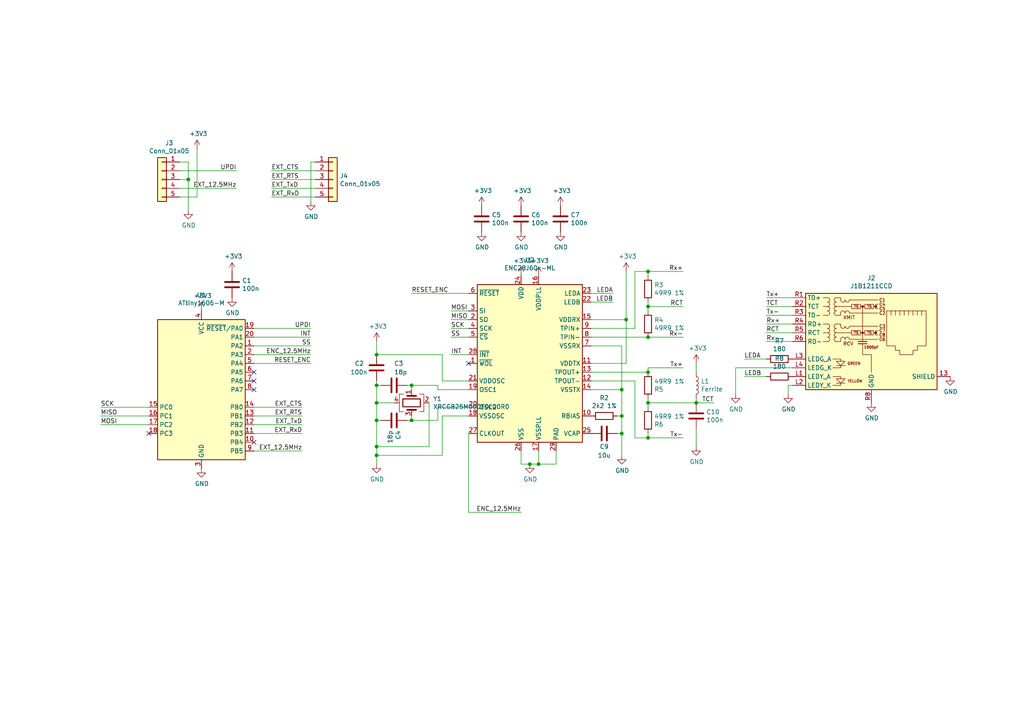
<source format=kicad_sch>
(kicad_sch (version 20230121) (generator eeschema)
  (paper "A4")
  (lib_symbols
    (symbol "Connector_Generic:Conn_01x05" (pin_names (offset 1.016) hide)
      (property "Reference" "J" (at 0 7.62 0))
      (property "Value" "Conn_01x05" (at 0 -7.62 0))
      (symbol "Conn_01x05_1_1"
        (rectangle (start -1.27 -4.953) (end 0 -5.207) (stroke (width 0.1524)))
        (rectangle (start -1.27 -2.413) (end 0 -2.667) (stroke (width 0.1524)))
        (rectangle (start -1.27 0.127) (end 0 -0.127) (stroke (width 0.1524)))
        (rectangle (start -1.27 2.667) (end 0 2.413) (stroke (width 0.1524)))
        (rectangle (start -1.27 5.207) (end 0 4.953) (stroke (width 0.1524)))
        (rectangle (start -1.27 6.35) (end 1.27 -6.35) (stroke (width 0.254)) (fill (type background)))
        (pin passive line (at -5.08 5.08 0) (length 3.81) (name "Pin_1") (number "1"))
        (pin passive line (at -5.08 2.54 0) (length 3.81) (name "Pin_2") (number "2"))
        (pin passive line (at -5.08 0 0) (length 3.81) (name "Pin_3") (number "3"))
        (pin passive line (at -5.08 -2.54 0) (length 3.81) (name "Pin_4") (number "4"))
        (pin passive line (at -5.08 -5.08 0) (length 3.81) (name "Pin_5") (number "5"))
      )
    )
    (symbol "Device:C" (pin_numbers hide) (pin_names (offset 0.254))
      (property "Reference" "C" (at 0.635 2.54 0))
      (property "Value" "C" (at 0.635 -2.54 0))
      (symbol "C_0_1"
        (polyline (pts (xy -2.032 -0.762) (xy 2.032 -0.762)) (stroke (width 0.508)))
        (polyline (pts (xy -2.032 0.762) (xy 2.032 0.762)) (stroke (width 0.508)))
      )
      (symbol "C_1_1"
        (pin passive line (at 0 3.81 270) (length 2.794) (name "~") (number "1"))
        (pin passive line (at 0 -3.81 90) (length 2.794) (name "~") (number "2"))
      )
    )
    (symbol "Device:Crystal_GND24" (pin_names (offset 1.016) hide)
      (property "Reference" "Y" (at 3.175 5.08 0))
      (property "Value" "Crystal_GND24" (at 3.175 3.175 0))
      (symbol "Crystal_GND24_0_1"
        (rectangle (start -1.143 2.54) (end 1.143 -2.54) (stroke (width 0.3048)))
        (polyline (pts (xy -2.54 0) (xy -2.032 0)))
        (polyline (pts (xy -2.032 -1.27) (xy -2.032 1.27)) (stroke (width 0.508)))
        (polyline (pts (xy 0 -3.81) (xy 0 -3.556)))
        (polyline (pts (xy 0 3.556) (xy 0 3.81)))
        (polyline (pts (xy 2.032 -1.27) (xy 2.032 1.27)) (stroke (width 0.508)))
        (polyline (pts (xy 2.032 0) (xy 2.54 0)))
        (polyline (pts (xy -2.54 -2.286) (xy -2.54 -3.556) (xy 2.54 -3.556) (xy 2.54 -2.286)))
        (polyline (pts (xy -2.54 2.286) (xy -2.54 3.556) (xy 2.54 3.556) (xy 2.54 2.286)))
      )
      (symbol "Crystal_GND24_1_1"
        (pin passive line (at -3.81 0 0) (length 1.27) (name "1") (number "1"))
        (pin passive line (at 0 5.08 270) (length 1.27) (name "2") (number "2"))
        (pin passive line (at 3.81 0 180) (length 1.27) (name "3") (number "3"))
        (pin passive line (at 0 -5.08 90) (length 1.27) (name "4") (number "4"))
      )
    )
    (symbol "Device:L" (pin_numbers hide) (pin_names (offset 1.016) hide)
      (property "Reference" "L" (at -1.27 0 90))
      (property "Value" "L" (at 1.905 0 90))
      (symbol "L_0_1"
        (arc (start 0 -2.54) (mid 0.6323 -1.905) (end 0 -1.27))
        (arc (start 0 -1.27) (mid 0.6323 -0.635) (end 0 0))
        (arc (start 0 0) (mid 0.6323 0.635) (end 0 1.27))
        (arc (start 0 1.27) (mid 0.6323 1.905) (end 0 2.54))
      )
      (symbol "L_1_1"
        (pin passive line (at 0 3.81 270) (length 1.27) (name "1") (number "1"))
        (pin passive line (at 0 -3.81 90) (length 1.27) (name "2") (number "2"))
      )
    )
    (symbol "Device:R" (pin_numbers hide) (pin_names (offset 0))
      (property "Reference" "R" (at 2.032 0 90))
      (property "Value" "R" (at 0 0 90))
      (symbol "R_0_1"
        (rectangle (start -1.016 -2.54) (end 1.016 2.54) (stroke (width 0.254)))
      )
      (symbol "R_1_1"
        (pin passive line (at 0 3.81 270) (length 1.27) (name "~") (number "1"))
        (pin passive line (at 0 -3.81 90) (length 1.27) (name "~") (number "2"))
      )
    )
    (symbol "MCU_Microchip_ATtiny:ATtiny1606-M"
      (property "Reference" "U" (at -12.7 21.59 0))
      (property "Value" "ATtiny1606-M" (at 2.54 -21.59 0))
      (symbol "ATtiny1606-M_0_1"
        (rectangle (start -12.7 -20.32) (end 12.7 20.32) (stroke (width 0.254)) (fill (type background)))
      )
      (symbol "ATtiny1606-M_1_1"
        (pin bidirectional line (at 15.24 12.7 180) (length 2.54) (name "PA2") (number "1"))
        (pin bidirectional line (at 15.24 -15.24 180) (length 2.54) (name "PB4") (number "10"))
        (pin bidirectional line (at 15.24 -12.7 180) (length 2.54) (name "PB3") (number "11"))
        (pin bidirectional line (at 15.24 -10.16 180) (length 2.54) (name "PB2") (number "12"))
        (pin bidirectional line (at 15.24 -7.62 180) (length 2.54) (name "PB1") (number "13"))
        (pin bidirectional line (at 15.24 -5.08 180) (length 2.54) (name "PB0") (number "14"))
        (pin bidirectional line (at -15.24 -5.08 0) (length 2.54) (name "PC0") (number "15"))
        (pin bidirectional line (at -15.24 -7.62 0) (length 2.54) (name "PC1") (number "16"))
        (pin bidirectional line (at -15.24 -10.16 0) (length 2.54) (name "PC2") (number "17"))
        (pin bidirectional line (at -15.24 -12.7 0) (length 2.54) (name "PC3") (number "18"))
        (pin bidirectional line (at 15.24 17.78 180) (length 2.54) (name "~{RESET}/PA0") (number "19"))
        (pin bidirectional line (at 15.24 10.16 180) (length 2.54) (name "PA3") (number "2"))
        (pin bidirectional line (at 15.24 15.24 180) (length 2.54) (name "PA1") (number "20"))
        (pin passive line (at 0 -22.86 90) (length 2.54) hide (name "GND") (number "21"))
        (pin power_in line (at 0 -22.86 90) (length 2.54) (name "GND") (number "3"))
        (pin power_in line (at 0 22.86 270) (length 2.54) (name "VCC") (number "4"))
        (pin bidirectional line (at 15.24 7.62 180) (length 2.54) (name "PA4") (number "5"))
        (pin bidirectional line (at 15.24 5.08 180) (length 2.54) (name "PA5") (number "6"))
        (pin bidirectional line (at 15.24 2.54 180) (length 2.54) (name "PA6") (number "7"))
        (pin bidirectional line (at 15.24 0 180) (length 2.54) (name "PA7") (number "8"))
        (pin bidirectional line (at 15.24 -17.78 180) (length 2.54) (name "PB5") (number "9"))
      )
    )
    (symbol "ethernet2serial-rescue:ENC28J60x-ML-additional"
      (property "Reference" "U" (at -13.97 24.13 0))
      (property "Value" "additional_ENC28J60x-ML" (at 5.08 24.13 0))
      (symbol "ENC28J60x-ML-additional_0_1"
        (rectangle (start -15.24 22.86) (end 15.24 -22.86) (stroke (width 0.254)) (fill (type background)))
      )
      (symbol "ENC28J60x-ML-additional_1_1"
        (pin output line (at -17.78 0 0) (length 2.54) (name "~{WOL}") (number "1"))
        (pin input line (at 17.78 -15.24 180) (length 2.54) (name "RBIAS") (number "10"))
        (pin power_in line (at 17.78 0 180) (length 2.54) (name "VDDTX") (number "11"))
        (pin output line (at 17.78 -5.08 180) (length 2.54) (name "TPOUT-") (number "12"))
        (pin output line (at 17.78 -2.54 180) (length 2.54) (name "TPOUT+") (number "13"))
        (pin power_out line (at 17.78 -7.62 180) (length 2.54) (name "VSSTX") (number "14"))
        (pin power_in line (at 17.78 12.7 180) (length 2.54) (name "VDDRX") (number "15"))
        (pin power_in line (at 2.54 25.4 270) (length 2.54) (name "VDDPLL") (number "16"))
        (pin power_in line (at 2.54 -25.4 90) (length 2.54) (name "VSSPLL") (number "17"))
        (pin power_in line (at -17.78 -15.24 0) (length 2.54) (name "VSSOSC") (number "18"))
        (pin input line (at -17.78 -7.62 0) (length 2.54) (name "OSC1") (number "19"))
        (pin output line (at -17.78 12.7 0) (length 2.54) (name "SO") (number "2"))
        (pin output line (at -17.78 -12.7 0) (length 2.54) (name "OSC2") (number "20"))
        (pin power_in line (at -17.78 -5.08 0) (length 2.54) (name "VDDOSC") (number "21"))
        (pin output line (at 17.78 17.78 180) (length 2.54) (name "LEDB") (number "22"))
        (pin output line (at 17.78 20.32 180) (length 2.54) (name "LEDA") (number "23"))
        (pin power_in line (at -2.54 25.4 270) (length 2.54) (name "VDD") (number "24"))
        (pin input line (at 17.78 -20.32 180) (length 2.54) (name "VCAP") (number "25"))
        (pin power_in line (at -2.54 -25.4 90) (length 2.54) (name "VSS") (number "26"))
        (pin output line (at -17.78 -20.32 0) (length 2.54) (name "CLKOUT") (number "27"))
        (pin output line (at -17.78 2.54 0) (length 2.54) (name "~{INT}") (number "28"))
        (pin power_in line (at 7.62 -25.4 90) (length 2.54) (name "PAD") (number "29"))
        (pin input line (at -17.78 15.24 0) (length 2.54) (name "SI") (number "3"))
        (pin input line (at -17.78 10.16 0) (length 2.54) (name "SCK") (number "4"))
        (pin input line (at -17.78 7.62 0) (length 2.54) (name "~{CS}") (number "5"))
        (pin input line (at -17.78 20.32 0) (length 2.54) (name "~{RESET}") (number "6"))
        (pin power_out line (at 17.78 5.08 180) (length 2.54) (name "VSSRX") (number "7"))
        (pin input line (at 17.78 7.62 180) (length 2.54) (name "TPIN-") (number "8"))
        (pin input line (at 17.78 10.16 180) (length 2.54) (name "TPIN+") (number "9"))
      )
    )
    (symbol "ethernet2serial-rescue:J1B1211CCD-additional"
      (property "Reference" "J" (at 19.05 15.24 0))
      (property "Value" "additional_J1B1211CCD" (at -19.05 15.24 0))
      (symbol "J1B1211CCD-additional_0_0"
        (circle (center -2.54 2.54) (radius 0.254) (stroke (width 0.254)) (fill (type outline)))
        (circle (center -2.54 10.16) (radius 0.254) (stroke (width 0.254)) (fill (type outline)))
        (polyline (pts (xy -7.62 -12.065) (xy -10.16 -12.065)))
        (polyline (pts (xy -7.62 -6.985) (xy -10.16 -6.985)))
        (polyline (pts (xy -2.54 10.16) (xy -2.54 0)))
        (polyline (pts (xy -1.27 -0.635) (xy -3.81 -0.635)) (stroke (width 0.254)))
        (polyline (pts (xy -1.27 0) (xy -3.81 0)) (stroke (width 0.254)))
        (polyline (pts (xy 1.27 2.54) (xy 0.635 2.54)))
        (polyline (pts (xy 1.27 10.16) (xy 0.635 10.16)))
        (polyline (pts (xy -11.176 -12.7) (xy -8.89 -12.7) (xy -8.89 -12.065)))
        (polyline (pts (xy -11.176 -10.16) (xy -8.89 -10.16) (xy -8.89 -10.795)))
        (polyline (pts (xy -11.176 -5.08) (xy -8.89 -5.08) (xy -8.89 -5.715)))
        (polyline (pts (xy -8.89 -6.985) (xy -8.89 -7.62) (xy -11.176 -7.62)))
        (polyline (pts (xy -10.16 -5.715) (xy -7.62 -5.715) (xy -8.89 -6.985) (xy -10.16 -5.715)))
        (polyline (pts (xy -7.62 -10.795) (xy -10.16 -10.795) (xy -8.89 -12.065) (xy -7.62 -10.795)))
        (polyline (pts (xy -2.54 -0.635) (xy -2.54 -3.81) (xy 0 -3.81) (xy 0 -8.89)))
        (polyline (pts (xy 1.905 3.175) (xy 1.27 3.175) (xy 1.27 1.905) (xy 1.905 1.905)))
        (polyline (pts (xy 1.905 10.795) (xy 1.27 10.795) (xy 1.27 9.525) (xy 1.905 9.525)))
        (circle (center 1.27 2.54) (radius 0.254) (stroke (width 0.254)) (fill (type outline)))
        (circle (center 1.27 10.16) (radius 0.254) (stroke (width 0.254)) (fill (type outline)))
        (text "1000pF" (at 0 -1.651 0) (effects (font (size 0.762 0.762))))
        (text "75" (at -4.445 2.54 0) (effects (font (size 0.762 0.762))))
        (text "75" (at -4.445 10.16 0) (effects (font (size 0.762 0.762))))
        (text "75" (at -0.635 2.54 0) (effects (font (size 0.762 0.762))))
        (text "75" (at -0.635 10.16 0) (effects (font (size 0.762 0.762))))
        (text "C1" (at 3.175 12.065 0) (effects (font (size 0.889 0.889))))
        (text "C2" (at 3.175 8.255 0) (effects (font (size 0.889 0.889))))
        (text "C3" (at 3.175 4.445 0) (effects (font (size 0.889 0.889))))
        (text "C4" (at 3.175 10.795 0) (effects (font (size 0.889 0.889))))
        (text "C5" (at 3.175 9.525 0) (effects (font (size 0.889 0.889))))
        (text "C6" (at 3.175 0.635 0) (effects (font (size 0.889 0.889))))
        (text "C7" (at 3.175 3.175 0) (effects (font (size 0.889 0.889))))
        (text "C8" (at 3.175 1.905 0) (effects (font (size 0.889 0.889))))
        (text "GREEN" (at -6.985 -6.35 0) (effects (font (size 0.762 0.762)) (justify left)))
        (text "RCV" (at -8.255 -0.635 0) (effects (font (size 1.016 1.016)) (justify left)))
        (text "XMIT" (at -8.255 6.985 0) (effects (font (size 1.016 1.016)) (justify left)))
        (text "YELLOW" (at -6.985 -11.43 0) (effects (font (size 0.762 0.762)) (justify left)))
      )
      (symbol "J1B1211CCD-additional_0_1"
        (rectangle (start -19.05 -13.97) (end 19.05 13.97) (stroke (width 0.254)) (fill (type background)))
        (arc (start -12.7 0) (mid -12.0677 0.635) (end -12.7 1.27))
        (arc (start -12.7 1.27) (mid -12.0677 1.905) (end -12.7 2.54))
        (arc (start -12.7 2.54) (mid -12.0677 3.175) (end -12.7 3.81))
        (arc (start -12.7 3.81) (mid -12.0677 4.445) (end -12.7 5.08))
        (arc (start -12.7 7.62) (mid -12.0677 8.255) (end -12.7 8.89))
        (arc (start -12.7 8.89) (mid -12.0677 9.525) (end -12.7 10.16))
        (arc (start -12.7 10.16) (mid -12.0677 10.795) (end -12.7 11.43))
        (arc (start -12.7 11.43) (mid -12.0677 12.065) (end -12.7 12.7))
        (arc (start -10.16 1.27) (mid -10.7923 0.635) (end -10.16 0))
        (arc (start -10.16 2.54) (mid -10.7923 1.905) (end -10.16 1.27))
        (arc (start -10.16 3.81) (mid -10.7923 3.175) (end -10.16 2.54))
        (arc (start -10.16 5.08) (mid -10.7923 4.445) (end -10.16 3.81))
        (arc (start -10.16 8.89) (mid -10.7923 8.255) (end -10.16 7.62))
        (arc (start -10.16 10.16) (mid -10.7923 9.525) (end -10.16 8.89))
        (arc (start -10.16 11.43) (mid -10.7923 10.795) (end -10.16 10.16))
        (arc (start -10.16 12.7) (mid -10.7923 12.065) (end -10.16 11.43))
        (arc (start -8.89 4.445) (mid -8.255 3.8127) (end -7.62 4.445))
        (arc (start -8.89 12.065) (mid -8.255 11.4327) (end -7.62 12.065))
        (arc (start -7.62 0.635) (mid -8.255 1.2673) (end -8.89 0.635))
        (arc (start -7.62 4.445) (mid -6.985 3.8127) (end -6.35 4.445))
        (arc (start -7.62 8.255) (mid -8.255 8.8873) (end -8.89 8.255))
        (arc (start -7.62 12.065) (mid -6.985 11.4327) (end -6.35 12.065))
        (arc (start -6.35 0.635) (mid -6.985 1.2673) (end -7.62 0.635))
        (arc (start -6.35 8.255) (mid -6.985 8.8873) (end -7.62 8.255))
        (rectangle (start -5.715 3.175) (end -3.175 1.905))
        (rectangle (start -5.715 10.795) (end -3.175 9.525))
        (rectangle (start -1.905 3.175) (end 0.635 1.905))
        (rectangle (start -1.905 10.795) (end 0.635 9.525))
        (polyline (pts (xy -12.7 0) (xy -13.97 0)))
        (polyline (pts (xy -12.7 2.54) (xy -13.97 2.54)))
        (polyline (pts (xy -12.7 5.08) (xy -13.97 5.08)))
        (polyline (pts (xy -12.7 7.62) (xy -13.97 7.62)))
        (polyline (pts (xy -12.7 10.16) (xy -13.97 10.16)))
        (polyline (pts (xy -12.7 12.7) (xy -13.97 12.7)))
        (polyline (pts (xy -6.35 0.635) (xy 1.905 0.635)))
        (polyline (pts (xy -6.35 4.445) (xy 1.905 4.445)))
        (polyline (pts (xy -6.35 8.255) (xy 1.905 8.255)))
        (polyline (pts (xy -6.35 12.065) (xy 1.905 12.065)))
        (polyline (pts (xy -5.715 2.54) (xy -10.16 2.54)))
        (polyline (pts (xy -5.715 10.16) (xy -10.16 10.16)))
        (polyline (pts (xy -3.175 2.54) (xy -1.905 2.54)))
        (polyline (pts (xy -3.175 10.16) (xy -1.905 10.16)))
        (polyline (pts (xy 5.715 7.62) (xy 5.715 8.89)))
        (polyline (pts (xy 6.985 8.89) (xy 6.985 7.62)))
        (polyline (pts (xy 8.255 8.89) (xy 8.255 7.62)))
        (polyline (pts (xy 9.525 8.89) (xy 9.525 7.62)))
        (polyline (pts (xy 10.795 8.89) (xy 10.795 7.62)))
        (polyline (pts (xy 12.065 8.89) (xy 12.065 7.62)))
        (polyline (pts (xy 13.335 7.62) (xy 13.335 8.89)))
        (polyline (pts (xy 14.605 7.62) (xy 14.605 8.89)))
        (polyline (pts (xy -10.16 5.08) (xy -8.89 5.08) (xy -8.89 4.445)))
        (polyline (pts (xy -10.16 12.7) (xy -8.89 12.7) (xy -8.89 12.065)))
        (polyline (pts (xy -8.89 0.635) (xy -8.89 0) (xy -10.16 0)))
        (polyline (pts (xy -8.89 8.255) (xy -8.89 7.62) (xy -10.16 7.62)))
        (polyline (pts (xy 4.445 8.89) (xy 15.875 8.89) (xy 15.875 -1.27) (xy 13.335 -1.27) (xy 13.335 -2.54) (xy 12.065 -2.54) (xy 12.065 -3.81) (xy 8.255 -3.81) (xy 8.255 -2.54) (xy 6.985 -2.54) (xy 6.985 -1.27) (xy 4.445 -1.27) (xy 4.445 8.89)))
      )
      (symbol "J1B1211CCD-additional_1_1"
        (pin passive line (at 22.86 -10.16 180) (length 3.81) (name "SHIELD") (number "13"))
        (pin passive line (at -22.86 -10.16 0) (length 3.81) (name "LEDY_A") (number "L1"))
        (pin passive line (at -22.86 -12.7 0) (length 3.81) (name "LEDY_K") (number "L2"))
        (pin passive line (at -22.86 -5.08 0) (length 3.81) (name "LEDG_A") (number "L3"))
        (pin passive line (at -22.86 -7.62 0) (length 3.81) (name "LEDG_K") (number "L4"))
        (pin passive line (at -22.86 12.7 0) (length 3.81) (name "TD+") (number "R1"))
        (pin passive line (at -22.86 10.16 0) (length 3.81) (name "TCT") (number "R2"))
        (pin passive line (at -22.86 7.62 0) (length 3.81) (name "TD-") (number "R3"))
        (pin passive line (at -22.86 5.08 0) (length 3.81) (name "RD+") (number "R4"))
        (pin passive line (at -22.86 2.54 0) (length 3.81) (name "RCT") (number "R5"))
        (pin passive line (at -22.86 0 0) (length 3.81) (name "RD-") (number "R6"))
        (pin no_connect line (at 5.08 -5.08 0) (length 0) hide (name "NC") (number "R7"))
        (pin power_in line (at 0 -17.78 90) (length 3.81) (name "GND") (number "R8"))
      )
    )
    (symbol "power:+3V3" (power) (pin_names (offset 0))
      (property "Value" "+3V3" (at 0 3.556 0))
      (symbol "+3V3_0_1"
        (polyline (pts (xy -0.762 1.27) (xy 0 2.54)))
        (polyline (pts (xy 0 0) (xy 0 2.54)))
        (polyline (pts (xy 0 2.54) (xy 0.762 1.27)))
      )
      (symbol "+3V3_1_1"
        (pin power_in line (at 0 0 90) (length 0) hide (name "+3V3") (number "1"))
      )
    )
    (symbol "power:GND" (power) (pin_names (offset 0))
      (property "Value" "GND" (at 0 -3.81 0))
      (symbol "GND_0_1"
        (polyline (pts (xy 0 0) (xy 0 -1.27) (xy 1.27 -1.27) (xy 0 -2.54) (xy -1.27 -1.27) (xy 0 -1.27)))
      )
      (symbol "GND_1_1"
        (pin power_in line (at 0 0 270) (length 0) hide (name "GND") (number "1"))
      )
    )
  )
  (junction (at 109.22 116.84))
  (junction (at 54.61 52.07))
  (junction (at 187.96 78.74))
  (junction (at 187.96 127))
  (junction (at 180.34 120.65))
  (junction (at 187.96 116.84))
  (junction (at 156.21 134.62))
  (junction (at 180.34 113.03))
  (junction (at 109.22 102.87))
  (junction (at 109.22 132.08))
  (junction (at 187.96 97.79))
  (junction (at 201.93 116.84))
  (junction (at 119.38 111.76))
  (junction (at 109.22 111.76))
  (junction (at 180.34 125.73))
  (junction (at 109.22 121.92))
  (junction (at 181.61 92.71))
  (junction (at 119.38 121.92))
  (junction (at 187.96 88.9))
  (junction (at 187.96 107.95))
  (junction (at 109.22 129.54))
  (junction (at 153.67 134.62))
  (no_connect (at 43.18 125.73))
  (no_connect (at 135.89 105.41))
  (no_connect (at 73.66 107.95))
  (no_connect (at 73.66 128.27))
  (no_connect (at 73.66 113.03))
  (no_connect (at 73.66 110.49))
  (wire (pts (xy 52.07 57.15) (xy 57.15 57.15)))
  (wire (pts (xy 151.13 130.81) (xy 151.13 134.62)))
  (wire (pts (xy 119.38 121.92) (xy 118.11 121.92)))
  (wire (pts (xy 171.45 113.03) (xy 180.34 113.03)))
  (wire (pts (xy 135.89 95.25) (xy 130.81 95.25)))
  (wire (pts (xy 52.07 49.53) (xy 68.58 49.53)))
  (wire (pts (xy 135.89 97.79) (xy 130.81 97.79)))
  (wire (pts (xy 110.49 111.76) (xy 109.22 111.76)))
  (wire (pts (xy 73.66 125.73) (xy 87.63 125.73)))
  (wire (pts (xy 171.45 100.33) (xy 180.34 100.33)))
  (wire (pts (xy 87.63 120.65) (xy 73.66 120.65)))
  (wire (pts (xy 52.07 46.99) (xy 54.61 46.99)))
  (wire (pts (xy 78.74 52.07) (xy 91.44 52.07)))
  (wire (pts (xy 179.07 120.65) (xy 180.34 120.65)))
  (wire (pts (xy 52.07 52.07) (xy 54.61 52.07)))
  (wire (pts (xy 161.29 130.81) (xy 161.29 134.62)))
  (wire (pts (xy 109.22 121.92) (xy 110.49 121.92)))
  (wire (pts (xy 229.87 99.06) (xy 222.25 99.06)))
  (wire (pts (xy 91.44 54.61) (xy 78.74 54.61)))
  (wire (pts (xy 215.9 109.22) (xy 222.25 109.22)))
  (wire (pts (xy 184.15 78.74) (xy 187.96 78.74)))
  (wire (pts (xy 184.15 127) (xy 187.96 127)))
  (wire (pts (xy 184.15 78.74) (xy 184.15 95.25)))
  (wire (pts (xy 90.17 58.42) (xy 90.17 46.99)))
  (wire (pts (xy 229.87 106.68) (xy 213.36 106.68)))
  (wire (pts (xy 187.96 116.84) (xy 187.96 118.11)))
  (wire (pts (xy 119.38 120.65) (xy 119.38 121.92)))
  (wire (pts (xy 229.87 96.52) (xy 222.25 96.52)))
  (wire (pts (xy 181.61 105.41) (xy 171.45 105.41)))
  (wire (pts (xy 54.61 46.99) (xy 54.61 52.07)))
  (wire (pts (xy 73.66 95.25) (xy 90.17 95.25)))
  (wire (pts (xy 207.01 116.84) (xy 201.93 116.84)))
  (wire (pts (xy 135.89 118.11) (xy 127 118.11)))
  (wire (pts (xy 187.96 88.9) (xy 198.12 88.9)))
  (wire (pts (xy 135.89 90.17) (xy 130.81 90.17)))
  (wire (pts (xy 109.22 121.92) (xy 109.22 129.54)))
  (wire (pts (xy 90.17 46.99) (xy 91.44 46.99)))
  (wire (pts (xy 229.87 111.76) (xy 228.6 111.76)))
  (wire (pts (xy 213.36 106.68) (xy 213.36 114.3)))
  (wire (pts (xy 124.46 116.84) (xy 124.46 129.54)))
  (wire (pts (xy 57.15 57.15) (xy 57.15 43.18)))
  (wire (pts (xy 128.27 102.87) (xy 128.27 110.49)))
  (wire (pts (xy 119.38 113.03) (xy 119.38 111.76)))
  (wire (pts (xy 187.96 125.73) (xy 187.96 127)))
  (wire (pts (xy 127 118.11) (xy 127 121.92)))
  (wire (pts (xy 151.13 134.62) (xy 153.67 134.62)))
  (wire (pts (xy 184.15 95.25) (xy 171.45 95.25)))
  (wire (pts (xy 73.66 105.41) (xy 90.17 105.41)))
  (wire (pts (xy 43.18 118.11) (xy 29.21 118.11)))
  (wire (pts (xy 229.87 93.98) (xy 222.25 93.98)))
  (wire (pts (xy 109.22 102.87) (xy 128.27 102.87)))
  (wire (pts (xy 43.18 120.65) (xy 29.21 120.65)))
  (wire (pts (xy 229.87 86.36) (xy 222.25 86.36)))
  (wire (pts (xy 229.87 88.9) (xy 222.25 88.9)))
  (wire (pts (xy 54.61 52.07) (xy 54.61 60.96)))
  (wire (pts (xy 73.66 102.87) (xy 90.17 102.87)))
  (wire (pts (xy 229.87 91.44) (xy 222.25 91.44)))
  (wire (pts (xy 127 113.03) (xy 127 111.76)))
  (wire (pts (xy 179.07 125.73) (xy 180.34 125.73)))
  (wire (pts (xy 184.15 110.49) (xy 184.15 127)))
  (wire (pts (xy 135.89 113.03) (xy 127 113.03)))
  (wire (pts (xy 73.66 100.33) (xy 90.17 100.33)))
  (wire (pts (xy 119.38 111.76) (xy 118.11 111.76)))
  (wire (pts (xy 180.34 120.65) (xy 180.34 125.73)))
  (wire (pts (xy 109.22 99.06) (xy 109.22 102.87)))
  (wire (pts (xy 187.96 87.63) (xy 187.96 88.9)))
  (wire (pts (xy 187.96 78.74) (xy 198.12 78.74)))
  (wire (pts (xy 73.66 123.19) (xy 87.63 123.19)))
  (wire (pts (xy 180.34 113.03) (xy 180.34 120.65)))
  (wire (pts (xy 119.38 85.09) (xy 135.89 85.09)))
  (wire (pts (xy 171.45 85.09) (xy 177.8 85.09)))
  (wire (pts (xy 114.3 116.84) (xy 109.22 116.84)))
  (wire (pts (xy 135.89 92.71) (xy 130.81 92.71)))
  (wire (pts (xy 135.89 148.59) (xy 151.13 148.59)))
  (wire (pts (xy 127 121.92) (xy 119.38 121.92)))
  (wire (pts (xy 156.21 134.62) (xy 153.67 134.62)))
  (wire (pts (xy 73.66 97.79) (xy 90.17 97.79)))
  (wire (pts (xy 171.45 87.63) (xy 177.8 87.63)))
  (wire (pts (xy 181.61 92.71) (xy 181.61 105.41)))
  (wire (pts (xy 180.34 125.73) (xy 180.34 132.08)))
  (wire (pts (xy 128.27 132.08) (xy 109.22 132.08)))
  (wire (pts (xy 128.27 120.65) (xy 128.27 132.08)))
  (wire (pts (xy 109.22 132.08) (xy 109.22 134.62)))
  (wire (pts (xy 171.45 110.49) (xy 184.15 110.49)))
  (wire (pts (xy 127 111.76) (xy 119.38 111.76)))
  (wire (pts (xy 171.45 107.95) (xy 187.96 107.95)))
  (wire (pts (xy 91.44 57.15) (xy 78.74 57.15)))
  (wire (pts (xy 73.66 130.81) (xy 87.63 130.81)))
  (wire (pts (xy 128.27 110.49) (xy 135.89 110.49)))
  (wire (pts (xy 171.45 97.79) (xy 187.96 97.79)))
  (wire (pts (xy 109.22 129.54) (xy 109.22 132.08)))
  (wire (pts (xy 201.93 115.57) (xy 201.93 116.84)))
  (wire (pts (xy 187.96 127) (xy 198.12 127)))
  (wire (pts (xy 52.07 54.61) (xy 68.58 54.61)))
  (wire (pts (xy 228.6 111.76) (xy 228.6 114.3)))
  (wire (pts (xy 161.29 134.62) (xy 156.21 134.62)))
  (wire (pts (xy 135.89 120.65) (xy 128.27 120.65)))
  (wire (pts (xy 187.96 116.84) (xy 201.93 116.84)))
  (wire (pts (xy 135.89 102.87) (xy 130.81 102.87)))
  (wire (pts (xy 156.21 130.81) (xy 156.21 134.62)))
  (wire (pts (xy 187.96 88.9) (xy 187.96 90.17)))
  (wire (pts (xy 187.96 107.95) (xy 187.96 106.68)))
  (wire (pts (xy 109.22 111.76) (xy 109.22 116.84)))
  (wire (pts (xy 187.96 78.74) (xy 187.96 80.01)))
  (wire (pts (xy 73.66 118.11) (xy 87.63 118.11)))
  (wire (pts (xy 91.44 49.53) (xy 78.74 49.53)))
  (wire (pts (xy 109.22 110.49) (xy 109.22 111.76)))
  (wire (pts (xy 187.96 115.57) (xy 187.96 116.84)))
  (wire (pts (xy 187.96 106.68) (xy 198.12 106.68)))
  (wire (pts (xy 201.93 105.41) (xy 201.93 107.95)))
  (wire (pts (xy 215.9 104.14) (xy 222.25 104.14)))
  (wire (pts (xy 109.22 116.84) (xy 109.22 121.92)))
  (wire (pts (xy 135.89 125.73) (xy 135.89 148.59)))
  (wire (pts (xy 180.34 100.33) (xy 180.34 113.03)))
  (wire (pts (xy 43.18 123.19) (xy 29.21 123.19)))
  (wire (pts (xy 181.61 78.74) (xy 181.61 92.71)))
  (wire (pts (xy 201.93 124.46) (xy 201.93 129.54)))
  (wire (pts (xy 187.96 97.79) (xy 198.12 97.79)))
  (wire (pts (xy 124.46 129.54) (xy 109.22 129.54)))
  (wire (pts (xy 181.61 92.71) (xy 171.45 92.71)))
  (label "EXT_RTS" (at 87.63 120.65 180))
  (label "LEDB" (at 177.8 87.63 180))
  (label "Tx+" (at 198.12 106.68 180))
  (label "SS" (at 90.17 100.33 180))
  (label "TCT" (at 222.25 88.9 0))
  (label "EXT_CTS" (at 78.74 49.53 0))
  (label "MOSI" (at 130.81 90.17 0))
  (label "Rx-" (at 222.25 99.06 0))
  (label "EXT_RxD" (at 87.63 125.73 180))
  (label "RESET_ENC" (at 119.38 85.09 0))
  (label "Rx-" (at 198.12 97.79 180))
  (label "EXT_TxD" (at 87.63 123.19 180))
  (label "MISO" (at 29.21 120.65 0))
  (label "EXT_RTS" (at 78.74 52.07 0))
  (label "TCT" (at 207.01 116.84 180))
  (label "SCK" (at 29.21 118.11 0))
  (label "INT" (at 130.81 102.87 0))
  (label "RCT" (at 198.12 88.9 180))
  (label "Tx+" (at 222.25 86.36 0))
  (label "MOSI" (at 29.21 123.19 0))
  (label "SCK" (at 130.81 95.25 0))
  (label "Tx-" (at 198.12 127 180))
  (label "ENC_12.5MHz" (at 151.13 148.59 180))
  (label "EXT_12.5MHz" (at 68.58 54.61 180))
  (label "Rx+" (at 198.12 78.74 180))
  (label "INT" (at 90.17 97.79 180))
  (label "EXT_RxD" (at 78.74 57.15 0))
  (label "RCT" (at 222.25 96.52 0))
  (label "SS" (at 130.81 97.79 0))
  (label "ENC_12.5MHz" (at 90.17 102.87 180))
  (label "LEDA" (at 215.9 104.14 0))
  (label "RESET_ENC" (at 90.17 105.41 180))
  (label "Tx-" (at 222.25 91.44 0))
  (label "LEDB" (at 215.9 109.22 0))
  (label "EXT_TxD" (at 78.74 54.61 0))
  (label "Rx+" (at 222.25 93.98 0))
  (label "LEDA" (at 177.8 85.09 180))
  (label "EXT_CTS" (at 87.63 118.11 180))
  (label "EXT_12.5MHz" (at 87.63 130.81 180))
  (label "UPDI" (at 90.17 95.25 180))
  (label "MISO" (at 130.81 92.71 0))
  (label "UPDI" (at 68.58 49.53 180))
  (symbol (lib_id "Device:C") (at 67.31 82.55 0) (unit 1)
    (property "Reference" "C1" (at 70.231 81.3816 0) (effects (justify left)))
    (property "Value" "100n" (at 70.231 83.693 0) (effects (justify left)))
    (property "Footprint" "Capacitor_SMD:C_0402_1005Metric" (effects hide))
  )
  (symbol (lib_id "power:GND") (at 58.42 135.89 0) (unit 1)
    (property "Reference" "#PWR0101" (effects hide))
    (property "Value" "GND" (at 58.547 140.2842 0))
  )
  (symbol (lib_id "power:+3V3") (at 58.42 90.17 0) (unit 1)
    (property "Reference" "#PWR0102" (effects hide))
    (property "Value" "+3V3" (at 58.801 85.7758 0))
  )
  (symbol (lib_id "Device:C") (at 114.3 111.76 90) (unit 1)
    (property "Reference" "C3" (at 114.3 105.41 90) (effects (justify right)))
    (property "Value" "18p" (at 114.3 107.95 90) (effects (justify right)))
    (property "Footprint" "Capacitor_SMD:C_0402_1005Metric" (effects hide))
  )
  (symbol (lib_id "Device:C") (at 114.3 121.92 90) (unit 1)
    (property "Reference" "C4" (at 115.4684 124.841 0) (effects (justify right)))
    (property "Value" "18p" (at 113.157 124.841 0) (effects (justify right)))
    (property "Footprint" "Capacitor_SMD:C_0402_1005Metric" (effects hide))
  )
  (symbol (lib_id "power:GND") (at 153.67 134.62 0) (unit 1)
    (property "Reference" "#PWR0103" (effects hide))
    (property "Value" "GND" (at 153.797 139.0142 0))
  )
  (symbol (lib_id "power:GND") (at 109.22 134.62 0) (unit 1)
    (property "Reference" "#PWR0104" (effects hide))
    (property "Value" "GND" (at 109.347 139.0142 0))
  )
  (symbol (lib_id "power:+3V3") (at 109.22 99.06 0) (unit 1)
    (property "Reference" "#PWR0105" (effects hide))
    (property "Value" "+3V3" (at 109.601 94.6658 0))
  )
  (symbol (lib_id "Device:C") (at 109.22 106.68 0) (unit 1)
    (property "Reference" "C2" (at 102.87 105.41 0) (effects (justify left)))
    (property "Value" "100n" (at 101.6 107.95 0) (effects (justify left)))
    (property "Footprint" "Capacitor_SMD:C_0402_1005Metric" (effects hide))
  )
  (symbol (lib_id "power:GND") (at 67.31 86.36 0) (unit 1)
    (property "Reference" "#PWR0106" (effects hide))
    (property "Value" "GND" (at 67.437 90.7542 0))
  )
  (symbol (lib_id "power:+3V3") (at 67.31 78.74 0) (unit 1)
    (property "Reference" "#PWR0107" (effects hide))
    (property "Value" "+3V3" (at 67.691 74.3458 0))
  )
  (symbol (lib_id "power:+3V3") (at 151.13 80.01 0) (unit 1)
    (property "Reference" "#PWR0109" (effects hide))
    (property "Value" "+3V3" (at 151.511 75.6158 0))
  )
  (symbol (lib_id "power:+3V3") (at 156.21 80.01 0) (unit 1)
    (property "Reference" "#PWR0110" (effects hide))
    (property "Value" "+3V3" (at 156.591 75.6158 0))
  )
  (symbol (lib_id "Device:C") (at 139.7 63.5 0) (unit 1)
    (property "Reference" "C5" (at 142.621 62.3316 0) (effects (justify left)))
    (property "Value" "100n" (at 142.621 64.643 0) (effects (justify left)))
    (property "Footprint" "Capacitor_SMD:C_0402_1005Metric" (effects hide))
  )
  (symbol (lib_id "Device:C") (at 151.13 63.5 0) (unit 1)
    (property "Reference" "C6" (at 154.051 62.3316 0) (effects (justify left)))
    (property "Value" "100n" (at 154.051 64.643 0) (effects (justify left)))
    (property "Footprint" "Capacitor_SMD:C_0402_1005Metric" (effects hide))
  )
  (symbol (lib_id "power:+3V3") (at 139.7 59.69 0) (unit 1)
    (property "Reference" "#PWR0111" (effects hide))
    (property "Value" "+3V3" (at 140.081 55.2958 0))
  )
  (symbol (lib_id "power:+3V3") (at 151.13 59.69 0) (unit 1)
    (property "Reference" "#PWR0112" (effects hide))
    (property "Value" "+3V3" (at 151.511 55.2958 0))
  )
  (symbol (lib_id "power:GND") (at 139.7 67.31 0) (unit 1)
    (property "Reference" "#PWR0113" (effects hide))
    (property "Value" "GND" (at 139.827 71.7042 0))
  )
  (symbol (lib_id "power:GND") (at 151.13 67.31 0) (unit 1)
    (property "Reference" "#PWR0114" (effects hide))
    (property "Value" "GND" (at 151.257 71.7042 0))
  )
  (symbol (lib_id "Device:C") (at 162.56 63.5 0) (unit 1)
    (property "Reference" "C7" (at 165.481 62.3316 0) (effects (justify left)))
    (property "Value" "100n" (at 165.481 64.643 0) (effects (justify left)))
    (property "Footprint" "Capacitor_SMD:C_0402_1005Metric" (effects hide))
  )
  (symbol (lib_id "power:+3V3") (at 162.56 59.69 0) (unit 1)
    (property "Reference" "#PWR0115" (effects hide))
    (property "Value" "+3V3" (at 162.941 55.2958 0))
  )
  (symbol (lib_id "power:GND") (at 162.56 67.31 0) (unit 1)
    (property "Reference" "#PWR0116" (effects hide))
    (property "Value" "GND" (at 162.687 71.7042 0))
  )
  (symbol (lib_id "power:+3V3") (at 181.61 78.74 0) (unit 1)
    (property "Reference" "#PWR0119" (effects hide))
    (property "Value" "+3V3" (at 181.991 74.3458 0))
  )
  (symbol (lib_id "power:GND") (at 180.34 132.08 0) (unit 1)
    (property "Reference" "#PWR0120" (effects hide))
    (property "Value" "GND" (at 180.467 136.4742 0))
  )
  (symbol (lib_id "Device:C") (at 175.26 125.73 270) (unit 1)
    (property "Reference" "C9" (at 175.26 129.54 90))
    (property "Value" "10u" (at 175.26 132.08 90))
    (property "Footprint" "Capacitor_SMD:C_0805_2012Metric" (effects hide))
  )
  (symbol (lib_id "Device:R") (at 175.26 120.65 270) (unit 1)
    (property "Reference" "R2" (at 175.26 115.3922 90))
    (property "Value" "2k2 1%" (at 175.26 117.7036 90))
    (property "Footprint" "Resistor_SMD:R_0402_1005Metric" (effects hide))
  )
  (symbol (lib_id "Device:R") (at 187.96 93.98 0) (unit 1)
    (property "Reference" "R4" (at 189.738 92.8116 0) (effects (justify left)))
    (property "Value" "49R9 1%" (at 189.738 95.123 0) (effects (justify left)))
    (property "Footprint" "Resistor_SMD:R_0402_1005Metric" (effects hide))
  )
  (symbol (lib_id "Device:R") (at 187.96 83.82 0) (unit 1)
    (property "Reference" "R3" (at 189.738 82.6516 0) (effects (justify left)))
    (property "Value" "49R9 1%" (at 189.738 84.963 0) (effects (justify left)))
    (property "Footprint" "Resistor_SMD:R_0402_1005Metric" (effects hide))
  )
  (symbol (lib_id "Device:L") (at 201.93 111.76 0) (unit 1)
    (property "Reference" "L1" (at 203.2762 110.5916 0) (effects (justify left)))
    (property "Value" "Ferrite" (at 203.2762 112.903 0) (effects (justify left)))
    (property "Footprint" "Inductor_SMD:L_0402_1005Metric" (effects hide))
  )
  (symbol (lib_id "power:+3V3") (at 201.93 105.41 0) (unit 1)
    (property "Reference" "#PWR0122" (effects hide))
    (property "Value" "+3V3" (at 202.311 101.0158 0))
  )
  (symbol (lib_id "Device:C") (at 201.93 120.65 0) (unit 1)
    (property "Reference" "C10" (at 204.851 119.4816 0) (effects (justify left)))
    (property "Value" "100n" (at 204.851 121.793 0) (effects (justify left)))
    (property "Footprint" "Capacitor_SMD:C_0402_1005Metric" (effects hide))
  )
  (symbol (lib_id "power:GND") (at 201.93 129.54 0) (unit 1)
    (property "Reference" "#PWR0121" (effects hide))
    (property "Value" "GND" (at 202.057 133.9342 0))
  )
  (symbol (lib_id "Device:R") (at 187.96 111.76 0) (mirror x) (unit 1)
    (property "Reference" "R5" (at 189.738 112.9284 0) (effects (justify left)))
    (property "Value" "49R9 1%" (at 189.738 110.617 0) (effects (justify left)))
    (property "Footprint" "Resistor_SMD:R_0402_1005Metric" (effects hide))
  )
  (symbol (lib_id "Device:R") (at 187.96 121.92 0) (mirror x) (unit 1)
    (property "Reference" "R6" (at 189.738 123.0884 0) (effects (justify left)))
    (property "Value" "49R9 1%" (at 189.738 120.777 0) (effects (justify left)))
    (property "Footprint" "Resistor_SMD:R_0402_1005Metric" (effects hide))
  )
  (symbol (lib_id "Device:R") (at 226.06 109.22 270) (mirror x) (unit 1)
    (property "Reference" "R8" (at 226.06 103.9622 90))
    (property "Value" "180" (at 226.06 106.2736 90))
    (property "Footprint" "Resistor_SMD:R_0402_1005Metric" (effects hide))
  )
  (symbol (lib_id "Device:R") (at 226.06 104.14 270) (mirror x) (unit 1)
    (property "Reference" "R7" (at 226.06 98.8822 90))
    (property "Value" "180" (at 226.06 101.1936 90))
    (property "Footprint" "Resistor_SMD:R_0402_1005Metric" (effects hide))
  )
  (symbol (lib_id "power:GND") (at 213.36 114.3 0) (unit 1)
    (property "Reference" "#PWR0123" (effects hide))
    (property "Value" "GND" (at 213.487 118.6942 0))
  )
  (symbol (lib_id "power:GND") (at 228.6 114.3 0) (unit 1)
    (property "Reference" "#PWR0124" (effects hide))
    (property "Value" "GND" (at 228.727 118.6942 0))
  )
  (symbol (lib_id "power:GND") (at 252.73 116.84 0) (unit 1)
    (property "Reference" "#PWR0125" (effects hide))
    (property "Value" "GND" (at 252.857 121.2342 0))
  )
  (symbol (lib_id "power:GND") (at 275.59 109.22 0) (unit 1)
    (property "Reference" "#PWR0126" (effects hide))
    (property "Value" "GND" (at 275.717 113.6142 0))
  )
  (symbol (lib_id "ethernet2serial-rescue:J1B1211CCD-additional") (at 252.73 99.06 0) (unit 1)
    (property "Reference" "J2" (at 252.73 80.645 0))
    (property "Value" "J1B1211CCD" (at 252.73 82.9564 0))
    (property "Footprint" "Connector_RJ:RJ45_Amphenol_RJMG1BD3B8K1ANR" (effects hide))
    (property "Datasheet" "https://www.amphenolcanada.com/ProductSearch/Drawings/AC/RJMG1BD3B8K1ANR.PDF" (effects hide))
  )
  (symbol (lib_id "Device:Crystal_GND24") (at 119.38 116.84 270) (unit 1)
    (property "Reference" "Y1" (at 125.5776 115.6716 90) (effects (justify left)))
    (property "Value" "XRCGB25M000F0L00R0" (at 125.5776 117.983 90) (effects (justify left)))
    (property "Footprint" "Crystal:Crystal_SMD_2016-4Pin_2.0x1.6mm" (effects hide))
  )
  (symbol (lib_id "MCU_Microchip_ATtiny:ATtiny1606-M") (at 58.42 113.03 0) (unit 1)
    (property "Reference" "U1" (at 58.42 85.5726 0))
    (property "Value" "ATtiny1606-M" (at 58.42 87.884 0))
    (property "Footprint" "Package_DFN_QFN:VQFN-20-1EP_3x3mm_P0.4mm_EP1.7x1.7mm" (effects hide))
    (property "Datasheet" "http://ww1.microchip.com/downloads/en/DeviceDoc/ATtiny806_1606_Data_Sheet_40002029A.pdf" (effects hide))
  )
  (symbol (lib_id "Connector_Generic:Conn_01x05") (at 96.52 52.07 0) (unit 1)
    (property "Reference" "J4" (at 98.552 51.0032 0) (effects (justify left)))
    (property "Value" "Conn_01x05" (at 98.552 53.3146 0) (effects (justify left)))
    (property "Footprint" "Connector_PinHeader_2.54mm:PinHeader_1x05_P2.54mm_Vertical" (effects hide))
  )
  (symbol (lib_id "Connector_Generic:Conn_01x05") (at 46.99 52.07 0) (mirror y) (unit 1)
    (property "Reference" "J3" (at 49.0728 41.4782 0))
    (property "Value" "Conn_01x05" (at 49.0728 43.7896 0))
    (property "Footprint" "Connector_PinHeader_2.54mm:PinHeader_1x05_P2.54mm_Vertical" (effects hide))
  )
  (symbol (lib_id "power:GND") (at 90.17 58.42 0) (unit 1)
    (property "Reference" "#PWR0108" (effects hide))
    (property "Value" "GND" (at 90.297 62.8142 0))
  )
  (symbol (lib_id "power:+3V3") (at 57.15 43.18 0) (unit 1)
    (property "Reference" "#PWR0118" (effects hide))
    (property "Value" "+3V3" (at 57.531 38.7858 0))
  )
  (symbol (lib_id "power:GND") (at 54.61 60.96 0) (unit 1)
    (property "Reference" "#PWR0117" (effects hide))
    (property "Value" "GND" (at 54.737 65.3542 0))
  )
  (symbol (lib_id "ethernet2serial-rescue:ENC28J60x-ML-additional") (at 153.67 105.41 0) (unit 1)
    (property "Reference" "U2" (at 153.67 75.4126 0))
    (property "Value" "ENC28J60x-ML" (at 153.67 77.724 0))
    (property "Footprint" "Package_DFN_QFN:QFN-28-1EP_6x6mm_P0.65mm_EP4.25x4.25mm" (effects hide))
    (property "Datasheet" "http://ww1.microchip.com/downloads/en/devicedoc/39662e.pdf" (effects hide))
  )
)
</source>
